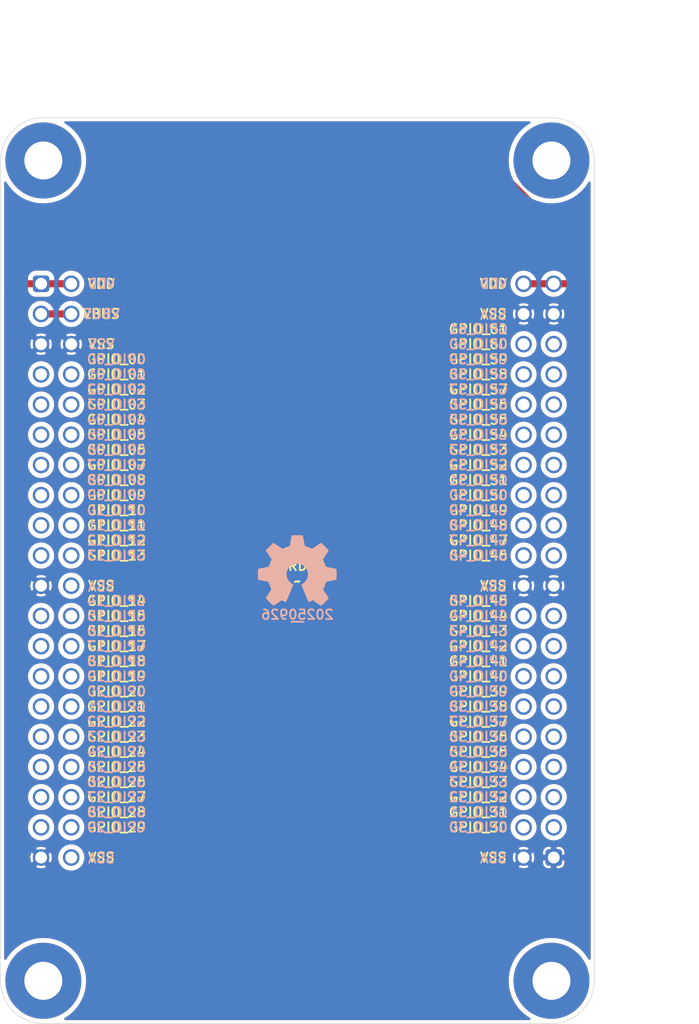
<source format=kicad_pcb>
(kicad_pcb (version 20241229) (generator "pcbnew") (generator_version "9.0")
  (layers (0 "F.Cu" mixed) (2 "B.Cu" mixed) (13 "F.Paste" user) (15 "B.Paste" user) (5 "F.SilkS" user "F.Silkscreen") (7 "B.SilkS" user "B.Silkscreen") (1 "F.Mask" user) (3 "B.Mask" user) (25 "Edge.Cuts" user))
  (net 0 "")
  (net 1 "/VSS")
  (net 6 "/VDD")
  (net 15 "/VBUS")
  (footprint "SquantorNuclone:expansion_medium_generic" (layer "F.Cu") (at 140 102)
    (property "Reference" "BRD1" (at 0 -0.4 0) (layer "F.SilkS") (effects (font (size 0.8 0.8))))
    (property "Value" "~" (at 0 0.9 0) (layer "F.SilkS") (effects (font (size 0.8 0.8))))
    (fp_line (start -24.999999 34.5) (end -24.999999 -34.5) (stroke (width 0.05)) (layer "Edge.Cuts"))
    (fp_line (start -21.4 -38.1) (end 21.4 -38.1) (stroke (width 0.05)) (layer "Edge.Cuts"))
    (fp_line (start 21.4 38.1) (end -21.4 38.1) (stroke (width 0.05)) (layer "Edge.Cuts"))
    (fp_line (start 25 -34.5) (end 25 34.5) (stroke (width 0.05)) (layer "Edge.Cuts"))
    (fp_arc (start -25 -34.5) (mid -23.945584 -37.045584) (end -21.4 -38.1) (stroke (width 0.05)) (layer "Edge.Cuts"))
    (fp_arc (start -21.4 38.1) (mid -23.945584 37.045584) (end -25 34.5) (stroke (width 0.05)) (layer "Edge.Cuts"))
    (fp_arc (start 21.4 -38.1) (mid 23.945584 -37.045584) (end 25 -34.5) (stroke (width 0.05)) (layer "Edge.Cuts"))
    (fp_arc (start 25 34.5) (mid 23.945584 37.045584) (end 21.4 38.1) (stroke (width 0.05)) (layer "Edge.Cuts"))
    (fp_text user "GPIO_20" (at -15.24 10.16 0) (layer "F.SilkS") (effects (font (size 0.8 0.8) (thickness 0.15) (bold yes))))
    (fp_text user "GPIO_49" (at 15.24 -5.08 0) (layer "F.SilkS") (effects (font (size 0.8 0.8) (thickness 0.15) (bold yes))))
    (fp_text user "GPIO_05" (at -15.24 -11.43 0) (layer "F.SilkS") (effects (font (size 0.8 0.8) (thickness 0.15) (bold yes))))
    (fp_text user "GPIO_03" (at -15.24 -13.97 0) (layer "F.SilkS") (effects (font (size 0.8 0.8) (thickness 0.15) (bold yes))))
    (fp_text user "GPIO_08" (at -15.24 -7.62 0) (layer "F.SilkS") (effects (font (size 0.8 0.8) (thickness 0.15) (bold yes))))
    (fp_text user "GPIO_53" (at 15.24 -10.16 0) (layer "F.SilkS") (effects (font (size 0.8 0.8) (thickness 0.15) (bold yes))))
    (fp_text user "GPIO_16" (at -15.24 5.08 0) (layer "F.SilkS") (effects (font (size 0.8 0.8) (thickness 0.15) (bold yes))))
    (fp_text user "VDD" (at -16.51 -24.13 0) (layer "F.SilkS") (effects (font (size 0.8 0.8) (thickness 0.15) (bold yes))))
    (fp_text user "GPIO_09" (at -15.24 -6.35 0) (layer "F.SilkS") (effects (font (size 0.8 0.8) (thickness 0.15) (bold yes))))
    (fp_text user "GPIO_33" (at 15.24 17.78 0) (layer "F.SilkS") (effects (font (size 0.8 0.8) (thickness 0.15) (bold yes))))
    (fp_text user "GPIO_18" (at -15.24 7.62 0) (layer "F.SilkS") (effects (font (size 0.8 0.8) (thickness 0.15) (bold yes))))
    (fp_text user "GPIO_40" (at 15.24 8.89 0) (layer "F.SilkS") (effects (font (size 0.8 0.8) (thickness 0.15) (bold yes))))
    (fp_text user "GPIO_35" (at 15.24 15.24 0) (layer "F.SilkS") (effects (font (size 0.8 0.8) (thickness 0.15) (bold yes))))
    (fp_text user "GPIO_58" (at 15.24 -16.51 0) (layer "F.SilkS") (effects (font (size 0.8 0.8) (thickness 0.15) (bold yes))))
    (fp_text user "GPIO_17" (at -15.24 6.35 0) (layer "F.SilkS") (effects (font (size 0.8 0.8) (thickness 0.15) (bold yes))))
    (fp_text user "GPIO_23" (at -15.24 13.97 0) (layer "F.SilkS") (effects (font (size 0.8 0.8) (thickness 0.15) (bold yes))))
    (fp_text user "VSS" (at -16.51 -19.05 0) (layer "F.SilkS") (effects (font (size 0.8 0.8) (thickness 0.15) (bold yes))))
    (fp_text user "GPIO_27" (at -15.24 19.05 0) (layer "F.SilkS") (effects (font (size 0.8 0.8) (thickness 0.15) (bold yes))))
    (fp_text user "GPIO_02" (at -15.24 -15.24 0) (layer "F.SilkS") (effects (font (size 0.8 0.8) (thickness 0.15) (bold yes))))
    (fp_text user "GPIO_52" (at 15.24 -8.89 0) (layer "F.SilkS") (effects (font (size 0.8 0.8) (thickness 0.15) (bold yes))))
    (fp_text user "GPIO_60" (at 15.24 -19.05 0) (layer "F.SilkS") (effects (font (size 0.8 0.8) (thickness 0.15) (bold yes))))
    (fp_text user "VSS" (at -16.51 1.27 0) (layer "F.SilkS") (effects (font (size 0.8 0.8) (thickness 0.15) (bold yes))))
    (fp_text user "VSS" (at -16.51 24.13 0) (layer "F.SilkS") (effects (font (size 0.8 0.8) (thickness 0.15) (bold yes))))
    (fp_text user "GPIO_31" (at 15.24 20.32 0) (layer "F.SilkS") (effects (font (size 0.8 0.8) (thickness 0.15) (bold yes))))
    (fp_text user "GPIO_21" (at -15.24 11.43 0) (layer "F.SilkS") (effects (font (size 0.8 0.8) (thickness 0.15) (bold yes))))
    (fp_text user "GPIO_22" (at -15.24 12.7 0) (layer "F.SilkS") (effects (font (size 0.8 0.8) (thickness 0.15) (bold yes))))
    (fp_text user "GPIO_06" (at -15.24 -10.16 0) (layer "F.SilkS") (effects (font (size 0.8 0.8) (thickness 0.15) (bold yes))))
    (fp_text user "GPIO_13" (at -15.24 -1.27 0) (layer "F.SilkS") (effects (font (size 0.8 0.8) (thickness 0.15) (bold yes))))
    (fp_text user "GPIO_38" (at 15.24 11.43 0) (layer "F.SilkS") (effects (font (size 0.8 0.8) (thickness 0.15) (bold yes))))
    (fp_text user "GPIO_11" (at -15.24 -3.81 0) (layer "F.SilkS") (effects (font (size 0.8 0.8) (thickness 0.15) (bold yes))))
    (fp_text user "GPIO_43" (at 15.24 5.08 0) (layer "F.SilkS") (effects (font (size 0.8 0.8) (thickness 0.15) (bold yes))))
    (fp_text user "GPIO_45" (at 15.24 2.54 0) (layer "F.SilkS") (effects (font (size 0.8 0.8) (thickness 0.15) (bold yes))))
    (fp_text user "GPIO_29" (at -15.24 21.59 0) (layer "F.SilkS") (effects (font (size 0.8 0.8) (thickness 0.15) (bold yes))))
    (fp_text user "GPIO_34" (at 15.24 16.51 0) (layer "F.SilkS") (effects (font (size 0.8 0.8) (thickness 0.15) (bold yes))))
    (fp_text user "GPIO_01" (at -15.24 -16.51 0) (layer "F.SilkS") (effects (font (size 0.8 0.8) (thickness 0.15) (bold yes))))
    (fp_text user "GPIO_59" (at 15.24 -17.78 0) (layer "F.SilkS") (effects (font (size 0.8 0.8) (thickness 0.15) (bold yes))))
    (fp_text user "GPIO_46" (at 15.24 -1.27 0) (layer "F.SilkS") (effects (font (size 0.8 0.8) (thickness 0.15) (bold yes))))
    (fp_text user "GPIO_47" (at 15.24 -2.54 0) (layer "F.SilkS") (effects (font (size 0.8 0.8) (thickness 0.15) (bold yes))))
    (fp_text user "GPIO_56" (at 15.24 -13.97 0) (layer "F.SilkS") (effects (font (size 0.8 0.8) (thickness 0.15) (bold yes))))
    (fp_text user "VDD" (at 16.51 -24.13 0) (layer "F.SilkS") (effects (font (size 0.8 0.8) (thickness 0.15) (bold yes))))
    (fp_text user "GPIO_41" (at 15.24 7.62 0) (layer "F.SilkS") (effects (font (size 0.8 0.8) (thickness 0.15) (bold yes))))
    (fp_text user "GPIO_24" (at -15.24 15.24 0) (layer "F.SilkS") (effects (font (size 0.8 0.8) (thickness 0.15) (bold yes))))
    (fp_text user "GPIO_51" (at 15.24 -7.62 0) (layer "F.SilkS") (effects (font (size 0.8 0.8) (thickness 0.15) (bold yes))))
    (fp_text user "GPIO_07" (at -15.24 -8.89 0) (layer "F.SilkS") (effects (font (size 0.8 0.8) (thickness 0.15) (bold yes))))
    (fp_text user "GPIO_04" (at -15.24 -12.7 0) (layer "F.SilkS") (effects (font (size 0.8 0.8) (thickness 0.15) (bold yes))))
    (fp_text user "GPIO_44" (at 15.24 3.81 0) (layer "F.SilkS") (effects (font (size 0.8 0.8) (thickness 0.15) (bold yes))))
    (fp_text user "GPIO_61" (at 15.24 -20.32 0) (layer "F.SilkS") (effects (font (size 0.8 0.8) (thickness 0.15) (bold yes))))
    (fp_text user "GPIO_15" (at -15.24 3.81 0) (layer "F.SilkS") (effects (font (size 0.8 0.8) (thickness 0.15) (bold yes))))
    (fp_text user "GPIO_28" (at -15.24 20.32 0) (layer "F.SilkS") (effects (font (size 0.8 0.8) (thickness 0.15) (bold yes))))
    (fp_text user "GPIO_57" (at 15.24 -15.24 0) (layer "F.SilkS") (effects (font (size 0.8 0.8) (thickness 0.15) (bold yes))))
    (fp_text user "GPIO_10" (at -15.24 -5.08 0) (layer "F.SilkS") (effects (font (size 0.8 0.8) (thickness 0.15) (bold yes))))
    (fp_text user "GPIO_19" (at -15.24 8.89 0) (layer "F.SilkS") (effects (font (size 0.8 0.8) (thickness 0.15) (bold yes))))
    (fp_text user "GPIO_54" (at 15.24 -11.43 0) (layer "F.SilkS") (effects (font (size 0.8 0.8) (thickness 0.15) (bold yes))))
    (fp_text user "GPIO_14" (at -15.24 2.54 0) (layer "F.SilkS") (effects (font (size 0.8 0.8) (thickness 0.15) (bold yes))))
    (fp_text user "GPIO_25" (at -15.24 16.51 0) (layer "F.SilkS") (effects (font (size 0.8 0.8) (thickness 0.15) (bold yes))))
    (fp_text user "GPIO_50" (at 15.24 -6.35 0) (layer "F.SilkS") (effects (font (size 0.8 0.8) (thickness 0.15) (bold yes))))
    (fp_text user "VSS" (at 16.51 1.27 0) (layer "F.SilkS") (effects (font (size 0.8 0.8) (thickness 0.15) (bold yes))))
    (fp_text user "GPIO_26" (at -15.24 17.78 0) (layer "F.SilkS") (effects (font (size 0.8 0.8) (thickness 0.15) (bold yes))))
    (fp_text user "GPIO_00" (at -15.24 -17.78 0) (layer "F.SilkS") (effects (font (size 0.8 0.8) (thickness 0.15) (bold yes))))
    (fp_text user "GPIO_37" (at 15.24 12.7 0) (layer "F.SilkS") (effects (font (size 0.8 0.8) (thickness 0.15) (bold yes))))
    (fp_text user "GPIO_30" (at 15.24 21.59 0) (layer "F.SilkS") (effects (font (size 0.8 0.8) (thickness 0.15) (bold yes))))
    (fp_text user "GPIO_32" (at 15.24 19.05 0) (layer "F.SilkS") (effects (font (size 0.8 0.8) (thickness 0.15) (bold yes))))
    (fp_text user "GPIO_42" (at 15.24 6.35 0) (layer "F.SilkS") (effects (font (size 0.8 0.8) (thickness 0.15) (bold yes))))
    (fp_text user "VBUS" (at -16.51 -21.59 0) (layer "F.SilkS") (effects (font (size 0.8 0.8) (thickness 0.15) (bold yes))))
    (fp_text user "GPIO_36" (at 15.24 13.97 0) (layer "F.SilkS") (effects (font (size 0.8 0.8) (thickness 0.15) (bold yes))))
    (fp_text user "GPIO_12" (at -15.24 -2.54 0) (layer "F.SilkS") (effects (font (size 0.8 0.8) (thickness 0.15) (bold yes))))
    (fp_text user "VSS" (at 16.51 -21.59 0) (layer "F.SilkS") (effects (font (size 0.8 0.8) (thickness 0.15) (bold yes))))
    (fp_text user "GPIO_48" (at 15.24 -3.81 0) (layer "F.SilkS") (effects (font (size 0.8 0.8) (thickness 0.15) (bold yes))))
    (fp_text user "GPIO_55" (at 15.24 -12.7 0) (layer "F.SilkS") (effects (font (size 0.8 0.8) (thickness 0.15) (bold yes))))
    (fp_text user "VSS" (at 16.51 24.13 0) (layer "F.SilkS") (effects (font (size 0.8 0.8) (thickness 0.15) (bold yes))))
    (fp_text user "GPIO_39" (at 15.24 10.16 0) (layer "F.SilkS") (effects (font (size 0.8 0.8) (thickness 0.15) (bold yes))))
    (fp_text user "GPIO_05" (at -15.24 -11.43 0) (layer "B.SilkS") (effects (font (size 0.8 0.8) (thickness 0.15) (bold yes)) (justify mirror)))
    (fp_text user "VSS" (at -16.51 -19.05 0) (layer "B.SilkS") (effects (font (size 0.8 0.8) (thickness 0.15) (bold yes)) (justify mirror)))
    (fp_text user "GPIO_42" (at 15.24 6.35 0) (layer "B.SilkS") (effects (font (size 0.8 0.8) (thickness 0.15) (bold yes)) (justify mirror)))
    (fp_text user "GPIO_40" (at 15.24 8.89 0) (layer "B.SilkS") (effects (font (size 0.8 0.8) (thickness 0.15) (bold yes)) (justify mirror)))
    (fp_text user "VSS" (at -16.51 24.13 180) (layer "B.SilkS") (effects (font (size 0.8 0.8) (thickness 0.15) (bold yes)) (justify mirror)))
    (fp_text user "GPIO_55" (at 15.24 -12.7 0) (layer "B.SilkS") (effects (font (size 0.8 0.8) (thickness 0.15) (bold yes)) (justify mirror)))
    (fp_text user "GPIO_17" (at -15.24 6.35 0) (layer "B.SilkS") (effects (font (size 0.8 0.8) (thickness 0.15) (bold yes)) (justify mirror)))
    (fp_text user "GPIO_43" (at 15.24 5.08 0) (layer "B.SilkS") (effects (font (size 0.8 0.8) (thickness 0.15) (bold yes)) (justify mirror)))
    (fp_text user "GPIO_57" (at 15.24 -15.24 0) (layer "B.SilkS") (effects (font (size 0.8 0.8) (thickness 0.15) (bold yes)) (justify mirror)))
    (fp_text user "GPIO_16" (at -15.24 5.08 0) (layer "B.SilkS") (effects (font (size 0.8 0.8) (thickness 0.15) (bold yes)) (justify mirror)))
    (fp_text user "GPIO_34" (at 15.24 16.51 0) (layer "B.SilkS") (effects (font (size 0.8 0.8) (thickness 0.15) (bold yes)) (justify mirror)))
    (fp_text user "GPIO_37" (at 15.24 12.7 0) (layer "B.SilkS") (effects (font (size 0.8 0.8) (thickness 0.15) (bold yes)) (justify mirror)))
    (fp_text user "GPIO_48" (at 15.24 -3.81 0) (layer "B.SilkS") (effects (font (size 0.8 0.8) (thickness 0.15) (bold yes)) (justify mirror)))
    (fp_text user "GPIO_46" (at 15.24 -1.27 0) (layer "B.SilkS") (effects (font (size 0.8 0.8) (thickness 0.15) (bold yes)) (justify mirror)))
    (fp_text user "GPIO_60" (at 15.24 -19.05 0) (layer "B.SilkS") (effects (font (size 0.8 0.8) (thickness 0.15) (bold yes)) (justify mirror)))
    (fp_text user "GPIO_61" (at 15.24 -20.32 0) (layer "B.SilkS") (effects (font (size 0.8 0.8) (thickness 0.15) (bold yes)) (justify mirror)))
    (fp_text user "VBUS" (at -16.51 -21.59 0) (layer "B.SilkS") (effects (font (size 0.8 0.8) (thickness 0.15) (bold yes)) (justify mirror)))
    (fp_text user "GPIO_10" (at -15.24 -5.08 0) (layer "B.SilkS") (effects (font (size 0.8 0.8) (thickness 0.15) (bold yes)) (justify mirror)))
    (fp_text user "GPIO_25" (at -15.24 16.51 0) (layer "B.SilkS") (effects (font (size 0.8 0.8) (thickness 0.15) (bold yes)) (justify mirror)))
    (fp_text user "GPIO_33" (at 15.24 17.78 0) (layer "B.SilkS") (effects (font (size 0.8 0.8) (thickness 0.15) (bold yes)) (justify mirror)))
    (fp_text user "GPIO_53" (at 15.24 -10.16 0) (layer "B.SilkS") (effects (font (size 0.8 0.8) (thickness 0.15) (bold yes)) (justify mirror)))
    (fp_text user "VDD" (at -16.51 -24.13 0) (layer "B.SilkS") (effects (font (size 0.8 0.8) (thickness 0.15) (bold yes)) (justify mirror)))
    (fp_text user "GPIO_47" (at 15.24 -2.54 0) (layer "B.SilkS") (effects (font (size 0.8 0.8) (thickness 0.15) (bold yes)) (justify mirror)))
    (fp_text user "GPIO_13" (at -15.24 -1.27 0) (layer "B.SilkS") (effects (font (size 0.8 0.8) (thickness 0.15) (bold yes)) (justify mirror)))
    (fp_text user "GPIO_23" (at -15.24 13.97 0) (layer "B.SilkS") (effects (font (size 0.8 0.8) (thickness 0.15) (bold yes)) (justify mirror)))
    (fp_text user "GPIO_44" (at 15.24 3.81 0) (layer "B.SilkS") (effects (font (size 0.8 0.8) (thickness 0.15) (bold yes)) (justify mirror)))
    (fp_text user "GPIO_59" (at 15.24 -17.78 0) (layer "B.SilkS") (effects (font (size 0.8 0.8) (thickness 0.15) (bold yes)) (justify mirror)))
    (fp_text user "VSS" (at 16.51 24.13 180) (layer "B.SilkS") (effects (font (size 0.8 0.8) (thickness 0.15) (bold yes)) (justify mirror)))
    (fp_text user "GPIO_11" (at -15.24 -3.81 0) (layer "B.SilkS") (effects (font (size 0.8 0.8) (thickness 0.15) (bold yes)) (justify mirror)))
    (fp_text user "GPIO_09" (at -15.24 -6.35 0) (layer "B.SilkS") (effects (font (size 0.8 0.8) (thickness 0.15) (bold yes)) (justify mirror)))
    (fp_text user "GPIO_19" (at -15.24 8.89 0) (layer "B.SilkS") (effects (font (size 0.8 0.8) (thickness 0.15) (bold yes)) (justify mirror)))
    (fp_text user "VSS" (at 16.51 -21.59 180) (layer "B.SilkS") (effects (font (size 0.8 0.8) (thickness 0.15) (bold yes)) (justify mirror)))
    (fp_text user "GPIO_41" (at 15.24 7.62 0) (layer "B.SilkS") (effects (font (size 0.8 0.8) (thickness 0.15) (bold yes)) (justify mirror)))
    (fp_text user "GPIO_45" (at 15.24 2.54 0) (layer "B.SilkS") (effects (font (size 0.8 0.8) (thickness 0.15) (bold yes)) (justify mirror)))
    (fp_text user "GPIO_08" (at -15.24 -7.62 0) (layer "B.SilkS") (effects (font (size 0.8 0.8) (thickness 0.15) (bold yes)) (justify mirror)))
    (fp_text user "GPIO_00" (at -15.24 -17.78 0) (layer "B.SilkS") (effects (font (size 0.8 0.8) (thickness 0.15) (bold yes)) (justify mirror)))
    (fp_text user "GPIO_24" (at -15.24 15.24 0) (layer "B.SilkS") (effects (font (size 0.8 0.8) (thickness 0.15) (bold yes)) (justify mirror)))
    (fp_text user "GPIO_36" (at 15.24 13.97 0) (layer "B.SilkS") (effects (font (size 0.8 0.8) (thickness 0.15) (bold yes)) (justify mirror)))
    (fp_text user "GPIO_58" (at 15.24 -16.51 0) (layer "B.SilkS") (effects (font (size 0.8 0.8) (thickness 0.15) (bold yes)) (justify mirror)))
    (fp_text user "GPIO_31" (at 15.24 20.32 0) (layer "B.SilkS") (effects (font (size 0.8 0.8) (thickness 0.15) (bold yes)) (justify mirror)))
    (fp_text user "GPIO_01" (at -15.24 -16.51 0) (layer "B.SilkS") (effects (font (size 0.8 0.8) (thickness 0.15) (bold yes)) (justify mirror)))
    (fp_text user "GPIO_12" (at -15.24 -2.54 0) (layer "B.SilkS") (effects (font (size 0.8 0.8) (thickness 0.15) (bold yes)) (justify mirror)))
    (fp_text user "GPIO_28" (at -15.24 20.32 0) (layer "B.SilkS") (effects (font (size 0.8 0.8) (thickness 0.15) (bold yes)) (justify mirror)))
    (fp_text user "GPIO_07" (at -15.24 -8.89 0) (layer "B.SilkS") (effects (font (size 0.8 0.8) (thickness 0.15) (bold yes)) (justify mirror)))
    (fp_text user "GPIO_18" (at -15.24 7.62 0) (layer "B.SilkS") (effects (font (size 0.8 0.8) (thickness 0.15) (bold yes)) (justify mirror)))
    (fp_text user "GPIO_06" (at -15.24 -10.16 0) (layer "B.SilkS") (effects (font (size 0.8 0.8) (thickness 0.15) (bold yes)) (justify mirror)))
    (fp_text user "GPIO_03" (at -15.24 -13.97 0) (layer "B.SilkS") (effects (font (size 0.8 0.8) (thickness 0.15) (bold yes)) (justify mirror)))
    (fp_text user "GPIO_39" (at 15.24 10.16 0) (layer "B.SilkS") (effects (font (size 0.8 0.8) (thickness 0.15) (bold yes)) (justify mirror)))
    (fp_text user "GPIO_56" (at 15.24 -13.97 0) (layer "B.SilkS") (effects (font (size 0.8 0.8) (thickness 0.15) (bold yes)) (justify mirror)))
    (fp_text user "GPIO_38" (at 15.24 11.43 0) (layer "B.SilkS") (effects (font (size 0.8 0.8) (thickness 0.15) (bold yes)) (justify mirror)))
    (fp_text user "GPIO_35" (at 15.24 15.24 0) (layer "B.SilkS") (effects (font (size 0.8 0.8) (thickness 0.15) (bold yes)) (justify mirror)))
    (fp_text user "GPIO_02" (at -15.24 -15.24 0) (layer "B.SilkS") (effects (font (size 0.8 0.8) (thickness 0.15) (bold yes)) (justify mirror)))
    (fp_text user "GPIO_52" (at 15.24 -8.89 0) (layer "B.SilkS") (effects (font (size 0.8 0.8) (thickness 0.15) (bold yes)) (justify mirror)))
    (fp_text user "GPIO_30" (at 15.24 21.59 0) (layer "B.SilkS") (effects (font (size 0.8 0.8) (thickness 0.15) (bold yes)) (justify mirror)))
    (fp_text user "GPIO_26" (at -15.24 17.78 0) (layer "B.SilkS") (effects (font (size 0.8 0.8) (thickness 0.15) (bold yes)) (justify mirror)))
    (fp_text user "GPIO_27" (at -15.24 19.05 0) (layer "B.SilkS") (effects (font (size 0.8 0.8) (thickness 0.15) (bold yes)) (justify mirror)))
    (fp_text user "GPIO_15" (at -15.24 3.81 0) (layer "B.SilkS") (effects (font (size 0.8 0.8) (thickness 0.15) (bold yes)) (justify mirror)))
    (fp_text user "GPIO_21" (at -15.24 11.43 0) (layer "B.SilkS") (effects (font (size 0.8 0.8) (thickness 0.15) (bold yes)) (justify mirror)))
    (fp_text user "VDD" (at 16.51 -24.13 0) (layer "B.SilkS") (effects (font (size 0.8 0.8) (thickness 0.15) (bold yes)) (justify mirror)))
    (fp_text user "GPIO_54" (at 15.24 -11.43 0) (layer "B.SilkS") (effects (font (size 0.8 0.8) (thickness 0.15) (bold yes)) (justify mirror)))
    (fp_text user "GPIO_51" (at 15.24 -7.62 0) (layer "B.SilkS") (effects (font (size 0.8 0.8) (thickness 0.15) (bold yes)) (justify mirror)))
    (fp_text user "GPIO_04" (at -15.24 -12.7 0) (layer "B.SilkS") (effects (font (size 0.8 0.8) (thickness 0.15) (bold yes)) (justify mirror)))
    (fp_text user "GPIO_32" (at 15.24 19.05 0) (layer "B.SilkS") (effects (font (size 0.8 0.8) (thickness 0.15) (bold yes)) (justify mirror)))
    (fp_text user "GPIO_49" (at 15.24 -5.08 0) (layer "B.SilkS") (effects (font (size 0.8 0.8) (thickness 0.15) (bold yes)) (justify mirror)))
    (fp_text user "VSS" (at -16.51 1.27 180) (layer "B.SilkS") (effects (font (size 0.8 0.8) (thickness 0.15) (bold yes)) (justify mirror)))
    (fp_text user "GPIO_50" (at 15.24 -6.35 0) (layer "B.SilkS") (effects (font (size 0.8 0.8) (thickness 0.15) (bold yes)) (justify mirror)))
    (fp_text user "GPIO_22" (at -15.24 12.7 0) (layer "B.SilkS") (effects (font (size 0.8 0.8) (thickness 0.15) (bold yes)) (justify mirror)))
    (fp_text user "VSS" (at 16.51 1.27 180) (layer "B.SilkS") (effects (font (size 0.8 0.8) (thickness 0.15) (bold yes)) (justify mirror)))
    (fp_text user "GPIO_29" (at -15.24 21.59 0) (layer "B.SilkS") (effects (font (size 0.8 0.8) (thickness 0.15) (bold yes)) (justify mirror)))
    (fp_text user "GPIO_14" (at -15.24 2.54 0) (layer "B.SilkS") (effects (font (size 0.8 0.8) (thickness 0.15) (bold yes)) (justify mirror)))
    (fp_text user "GPIO_20" (at -15.24 10.16 0) (layer "B.SilkS") (effects (font (size 0.8 0.8) (thickness 0.15) (bold yes)) (justify mirror)))
    (pad "1" thru_hole roundrect (at -21.59 -24.13) (size 1.4 1.4) (drill 1) (layers "*.Cu" "*.Mask") (roundrect_rratio 0.2) (net 6 "/VDD"))
    (pad "2" thru_hole circle (at -19.05 -24.13) (size 1.4 1.4) (drill 1) (layers "*.Cu" "*.Mask") (net 6 "/VDD"))
    (pad "3" thru_hole circle (at -21.59 -21.59) (size 1.4 1.4) (drill 1) (layers "*.Cu" "*.Mask") (net 15 "/VBUS"))
    (pad "4" thru_hole circle (at -19.05 -21.59) (size 1.4 1.4) (drill 1) (layers "*.Cu" "*.Mask") (net 15 "/VBUS"))
    (pad "5" thru_hole circle (at -21.59 -19.05) (size 1.4 1.4) (drill 1) (layers "*.Cu" "*.Mask") (net 1 "/VSS"))
    (pad "6" thru_hole circle (at -19.05 -19.05) (size 1.4 1.4) (drill 1) (layers "*.Cu" "*.Mask") (net 1 "/VSS"))
    (pad "7" thru_hole circle (at -21.59 -16.51) (size 1.4 1.4) (drill 1) (layers "*.Cu" "*.Mask"))
    (pad "8" thru_hole circle (at -19.05 -16.51) (size 1.4 1.4) (drill 1) (layers "*.Cu" "*.Mask"))
    (pad "9" thru_hole circle (at -21.59 -13.97) (size 1.4 1.4) (drill 1) (layers "*.Cu" "*.Mask"))
    (pad "10" thru_hole circle (at -19.05 -13.97) (size 1.4 1.4) (drill 1) (layers "*.Cu" "*.Mask"))
    (pad "11" thru_hole circle (at -21.59 -11.43) (size 1.4 1.4) (drill 1) (layers "*.Cu" "*.Mask"))
    (pad "12" thru_hole circle (at -19.05 -11.43) (size 1.4 1.4) (drill 1) (layers "*.Cu" "*.Mask"))
    (pad "13" thru_hole circle (at -21.59 -8.89) (size 1.4 1.4) (drill 1) (layers "*.Cu" "*.Mask"))
    (pad "14" thru_hole circle (at -19.05 -8.89) (size 1.4 1.4) (drill 1) (layers "*.Cu" "*.Mask"))
    (pad "15" thru_hole circle (at -21.59 -6.35) (size 1.4 1.4) (drill 1) (layers "*.Cu" "*.Mask"))
    (pad "16" thru_hole circle (at -19.05 -6.35) (size 1.4 1.4) (drill 1) (layers "*.Cu" "*.Mask"))
    (pad "17" thru_hole circle (at -21.59 -3.81) (size 1.4 1.4) (drill 1) (layers "*.Cu" "*.Mask"))
    (pad "18" thru_hole circle (at -19.05 -3.81) (size 1.4 1.4) (drill 1) (layers "*.Cu" "*.Mask"))
    (pad "19" thru_hole circle (at -21.59 -1.27) (size 1.4 1.4) (drill 1) (layers "*.Cu" "*.Mask"))
    (pad "20" thru_hole circle (at -19.05 -1.27) (size 1.4 1.4) (drill 1) (layers "*.Cu" "*.Mask"))
    (pad "21" thru_hole circle (at -21.59 1.27) (size 1.4 1.4) (drill 1) (layers "*.Cu" "*.Mask") (net 1 "/VSS"))
    (pad "22" thru_hole circle (at -19.05 1.27) (size 1.4 1.4) (drill 1) (layers "*.Cu" "*.Mask"))
    (pad "23" thru_hole circle (at -21.59 3.81) (size 1.4 1.4) (drill 1) (layers "*.Cu" "*.Mask"))
    (pad "24" thru_hole circle (at -19.05 3.81) (size 1.4 1.4) (drill 1) (layers "*.Cu" "*.Mask"))
    (pad "25" thru_hole circle (at -21.59 6.35) (size 1.4 1.4) (drill 1) (layers "*.Cu" "*.Mask"))
    (pad "26" thru_hole circle (at -19.05 6.35) (size 1.4 1.4) (drill 1) (layers "*.Cu" "*.Mask"))
    (pad "27" thru_hole circle (at -21.59 8.89) (size 1.4 1.4) (drill 1) (layers "*.Cu" "*.Mask"))
    (pad "28" thru_hole circle (at -19.05 8.89) (size 1.4 1.4) (drill 1) (layers "*.Cu" "*.Mask"))
    (pad "29" thru_hole circle (at -21.59 11.43) (size 1.4 1.4) (drill 1) (layers "*.Cu" "*.Mask"))
    (pad "30" thru_hole circle (at -19.05 11.43) (size 1.4 1.4) (drill 1) (layers "*.Cu" "*.Mask"))
    (pad "31" thru_hole circle (at -21.59 13.97) (size 1.4 1.4) (drill 1) (layers "*.Cu" "*.Mask"))
    (pad "32" thru_hole circle (at -19.05 13.97) (size 1.4 1.4) (drill 1) (layers "*.Cu" "*.Mask"))
    (pad "33" thru_hole circle (at -21.59 16.51) (size 1.4 1.4) (drill 1) (layers "*.Cu" "*.Mask"))
    (pad "34" thru_hole circle (at -19.05 16.51) (size 1.4 1.4) (drill 1) (layers "*.Cu" "*.Mask"))
    (pad "35" thru_hole circle (at -21.59 19.05) (size 1.4 1.4) (drill 1) (layers "*.Cu" "*.Mask"))
    (pad "36" thru_hole circle (at -19.05 19.05) (size 1.4 1.4) (drill 1) (layers "*.Cu" "*.Mask"))
    (pad "37" thru_hole circle (at -21.59 21.59) (size 1.4 1.4) (drill 1) (layers "*.Cu" "*.Mask"))
    (pad "38" thru_hole circle (at -19.05 21.59) (size 1.4 1.4) (drill 1) (layers "*.Cu" "*.Mask"))
    (pad "39" thru_hole circle (at -21.59 24.13) (size 1.4 1.4) (drill 1) (layers "*.Cu" "*.Mask") (net 1 "/VSS"))
    (pad "40" thru_hole circle (at -19.05 24.13) (size 1.4 1.4) (drill 1) (layers "*.Cu" "*.Mask"))
    (pad "41" thru_hole roundrect (at 21.59 24.13) (size 1.4 1.4) (drill 1) (layers "*.Cu" "*.Mask") (roundrect_rratio 0.2) (net 1 "/VSS"))
    (pad "42" thru_hole circle (at 19.05 24.13) (size 1.4 1.4) (drill 1) (layers "*.Cu" "*.Mask") (net 1 "/VSS"))
    (pad "43" thru_hole circle (at 21.59 21.59) (size 1.4 1.4) (drill 1) (layers "*.Cu" "*.Mask"))
    (pad "44" thru_hole circle (at 19.05 21.59) (size 1.4 1.4) (drill 1) (layers "*.Cu" "*.Mask"))
    (pad "45" thru_hole circle (at 21.59 19.05) (size 1.4 1.4) (drill 1) (layers "*.Cu" "*.Mask"))
    (pad "46" thru_hole circle (at 19.05 19.05) (size 1.4 1.4) (drill 1) (layers "*.Cu" "*.Mask"))
    (pad "47" thru_hole circle (at 21.59 16.51) (size 1.4 1.4) (drill 1) (layers "*.Cu" "*.Mask"))
    (pad "48" thru_hole circle (at 19.05 16.51) (size 1.4 1.4) (drill 1) (layers "*.Cu" "*.Mask"))
    (pad "49" thru_hole circle (at 21.59 13.97) (size 1.4 1.4) (drill 1) (layers "*.Cu" "*.Mask"))
    (pad "50" thru_hole circle (at 19.05 13.97) (size 1.4 1.4) (drill 1) (layers "*.Cu" "*.Mask"))
    (pad "51" thru_hole circle (at 21.59 11.43) (size 1.4 1.4) (drill 1) (layers "*.Cu" "*.Mask"))
    (pad "52" thru_hole circle (at 19.05 11.43) (size 1.4 1.4) (drill 1) (layers "*.Cu" "*.Mask"))
    (pad "53" thru_hole circle (at 21.59 8.89) (size 1.4 1.4) (drill 1) (layers "*.Cu" "*.Mask"))
    (pad "54" thru_hole circle (at 19.05 8.89) (size 1.4 1.4) (drill 1) (layers "*.Cu" "*.Mask"))
    (pad "55" thru_hole circle (at 21.59 6.35) (size 1.4 1.4) (drill 1) (layers "*.Cu" "*.Mask"))
    (pad "56" thru_hole circle (at 19.05 6.35) (size 1.4 1.4) (drill 1) (layers "*.Cu" "*.Mask"))
    (pad "57" thru_hole circle (at 21.59 3.81) (size 1.4 1.4) (drill 1) (layers "*.Cu" "*.Mask"))
    (pad "58" thru_hole circle (at 19.05 3.81) (size 1.4 1.4) (drill 1) (layers "*.Cu" "*.Mask"))
    (pad "59" thru_hole circle (at 21.59 1.27) (size 1.4 1.4) (drill 1) (layers "*.Cu" "*.Mask") (net 1 "/VSS"))
    (pad "60" thru_hole circle (at 19.05 1.27) (size 1.4 1.4) (drill 1) (layers "*.Cu" "*.Mask") (net 1 "/VSS"))
    (pad "61" thru_hole circle (at 21.59 -1.27) (size 1.4 1.4) (drill 1) (layers "*.Cu" "*.Mask"))
    (pad "62" thru_hole circle (at 19.05 -1.27) (size 1.4 1.4) (drill 1) (layers "*.Cu" "*.Mask"))
    (pad "63" thru_hole circle (at 21.59 -3.81) (size 1.4 1.4) (drill 1) (layers "*.Cu" "*.Mask"))
    (pad "64" thru_hole circle (at 19.05 -3.81) (size 1.4 1.4) (drill 1) (layers "*.Cu" "*.Mask"))
    (pad "65" thru_hole circle (at 21.59 -6.35) (size 1.4 1.4) (drill 1) (layers "*.Cu" "*.Mask"))
    (pad "66" thru_hole circle (at 19.05 -6.35) (size 1.4 1.4) (drill 1) (layers "*.Cu" "*.Mask"))
    (pad "67" thru_hole circle (at 21.59 -8.89) (size 1.4 1.4) (drill 1) (layers "*.Cu" "*.Mask"))
    (pad "68" thru_hole circle (at 19.05 -8.89) (size 1.4 1.4) (drill 1) (layers "*.Cu" "*.Mask"))
    (pad "69" thru_hole circle (at 21.59 -11.43) (size 1.4 1.4) (drill 1) (layers "*.Cu" "*.Mask"))
    (pad "70" thru_hole circle (at 19.05 -11.43) (size 1.4 1.4) (drill 1) (layers "*.Cu" "*.Mask"))
    (pad "71" thru_hole circle (at 21.59 -13.97) (size 1.4 1.4) (drill 1) (layers "*.Cu" "*.Mask"))
    (pad "72" thru_hole circle (at 19.05 -13.97) (size 1.4 1.4) (drill 1) (layers "*.Cu" "*.Mask"))
    (pad "73" thru_hole circle (at 21.59 -16.51) (size 1.4 1.4) (drill 1) (layers "*.Cu" "*.Mask"))
    (pad "74" thru_hole circle (at 19.05 -16.51) (size 1.4 1.4) (drill 1) (layers "*.Cu" "*.Mask"))
    (pad "75" thru_hole circle (at 21.59 -19.05) (size 1.4 1.4) (drill 1) (layers "*.Cu" "*.Mask"))
    (pad "76" thru_hole circle (at 19.05 -19.05) (size 1.4 1.4) (drill 1) (layers "*.Cu" "*.Mask"))
    (pad "77" thru_hole circle (at 21.59 -21.59) (size 1.4 1.4) (drill 1) (layers "*.Cu" "*.Mask") (net 1 "/VSS"))
    (pad "78" thru_hole circle (at 19.05 -21.59) (size 1.4 1.4) (drill 1) (layers "*.Cu" "*.Mask") (net 1 "/VSS"))
    (pad "79" thru_hole circle (at 21.59 -24.13) (size 1.4 1.4) (drill 1) (layers "*.Cu" "*.Mask") (net 6 "/VDD"))
    (pad "80" thru_hole circle (at 19.05 -24.13) (size 1.4 1.4) (drill 1) (layers "*.Cu" "*.Mask") (net 6 "/VDD"))
    (pad "M1" thru_hole circle (at -21.4 -34.5) (size 6.4 6.4) (drill 3.2) (layers "*.Cu" "*.Mask"))
    (pad "M2" thru_hole circle (at -21.4 34.5) (size 6.4 6.4) (drill 3.2) (layers "*.Cu" "*.Mask"))
    (pad "M3" thru_hole circle (at 21.4 34.5) (size 6.4 6.4) (drill 3.2) (layers "*.Cu" "*.Mask"))
    (pad "M4" thru_hole circle (at 21.4 -34.5) (size 6.4 6.4) (drill 3.2) (layers "*.Cu" "*.Mask"))
  )
  (footprint "SquantorLabels:Label_Generic" (layer "B.Cu") (at 140 105.7 180)
    (property "Reference" "N1" (hide yes))
    (property "Value" "20250926" (at 0 0 0) (layer "B.SilkS") (effects (font (size 0.8 0.8)) (justify mirror)))
    (fp_line (start -0.5 -0.6) (end 0.5 -0.6) (stroke (width 0.15)) (layer "B.SilkS"))
  )
  (footprint "Symbol:OSHW-Symbol_6.7x6mm_SilkScreen" (layer "B.Cu") (at 140 102 180)
    (property "Reference" "N2" (hide yes))
    (property "Value" "OHWLOGO" (hide yes))
    (fp_poly (pts (xy 0.555814 2.531069) (xy 0.639635 2.086445) (xy 0.94892 1.958947) (xy 1.258206 1.831449) (xy 1.629246 2.083754) (xy 1.733157 2.154004) (xy 1.827087 2.216728) (xy 1.906652 2.269062) (xy 1.96747 2.308143) (xy 2.005157 2.331107) (xy 2.015421 2.336058) (xy 2.03391 2.323324) (xy 2.07342 2.288118) (xy 2.129522 2.234938) (xy 2.197787 2.168282) (xy 2.273786 2.092646) (xy 2.353092 2.012528) (xy 2.431275 1.932426) (xy 2.503907 1.856836) (xy 2.566559 1.790255) (xy 2.614803 1.737182) (xy 2.64421 1.702113) (xy 2.651241 1.690377) (xy 2.641123 1.66874) (xy 2.612759 1.621338) (xy 2.569129 1.552807) (xy 2.513218 1.467785) (xy 2.448006 1.370907) (xy 2.410219 1.31565) (xy 2.341343 1.214752) (xy 2.28014 1.123701) (xy 2.229578 1.04703) (xy 2.192628 0.989272) (xy 2.172258 0.954957) (xy 2.169197 0.947746) (xy 2.176136 0.927252) (xy 2.195051 0.879487) (xy 2.223087 0.811168) (xy 2.257391 0.729011) (xy 2.295109 0.63973) (xy 2.333387 0.550042) (xy 2.36937 0.466662) (xy 2.400206 0.396306) (xy 2.423039 0.34569) (xy 2.435017 0.321529) (xy 2.435724 0.320578) (xy 2.454531 0.315964) (xy 2.504618 0.305672) (xy 2.580793 0.290713) (xy 2.677865 0.272099) (xy 2.790643 0.250841) (xy 2.856442 0.238582) (xy 2.97695 0.215638) (xy 3.085797 0.193805) (xy 3.177476 0.174278) (xy 3.246481 0.158252) (xy 3.287304 0.146921) (xy 3.295511 0.143326) (xy 3.303548 0.118994) (xy 3.310033 0.064041) (xy 3.31497 -0.015108) (xy 3.318364 -0.112026) (xy 3.320218 -0.220287) (xy 3.320538 -0.333465) (xy 3.319327 -0.445135) (xy 3.31659 -0.548868) (xy 3.312331 -0.638241) (xy 3.306555 -0.706826) (xy 3.299267 -0.748197) (xy 3.294895 -0.75681) (xy 3.268764 -0.767133) (xy 3.213393 -0.781892) (xy 3.136107 -0.799352) (xy 3.04423 -0.81778) (xy 3.012158 -0.823741) (xy 2.857524 -0.852066) (xy 2.735375 -0.874876) (xy 2.641673 -0.89308) (xy 2.572384 -0.907583) (xy 2.523471 -0.919292) (xy 2.490897 -0.929115) (xy 2.470628 -0.937956) (xy 2.458626 -0.946724) (xy 2.456947 -0.948457) (xy 2.440184 -0.976371) (xy 2.414614 -1.030695) (xy 2.382788 -1.104777) (xy 2.34726 -1.191965) (xy 2.310583 -1.285608) (xy 2.275311 -1.379052) (xy 2.243996 -1.465647) (xy 2.219193 -1.53874) (xy 2.203454 -1.591678) (xy 2.199332 -1.617811) (xy 2.199676 -1.618726) (xy 2.213641 -1.640086) (xy 2.245322 -1.687084) (xy 2.291391 -1.754827) (xy 2.348518 -1.838423) (xy 2.413373 -1.932982) (xy 2.431843 -1.959854) (xy 2.497699 -2.057275) (xy 2.55565 -2.146163) (xy 2.602538 -2.221412) (xy 2.635207 -2.27792) (xy 2.6505 -2.310581) (xy 2.651241 -2.314593) (xy 2.638392 -2.335684) (xy 2.602888 -2.377464) (xy 2.549293 -2.435445) (xy 2.482171 -2.505135) (xy 2.406087 -2.582045) (xy 2.325604 -2.661683) (xy 2.245287 -2.739561) (xy 2.169699 -2.811186) (xy 2.103405 -2.87207) (xy 2.050969 -2.917721) (xy 2.016955 -2.94365) (xy 2.007545 -2.947883) (xy 1.985643 -2.937912) (xy 1.9408 -2.91102) (xy 1.880321 -2.871736) (xy 1.833789 -2.840117) (xy 1.749475 -2.782098) (xy 1.649626 -2.713784) (xy 1.549473 -2.645579) (xy 1.495627 -2.609075) (xy 1.313371 -2.4858) (xy 1.160381 -2.56852) (xy 1.090682 -2.604759) (xy 1.031414 -2.632926) (xy 0.991311 -2.648991) (xy 0.981103 -2.651226) (xy 0.968829 -2.634722) (xy 0.944613 -2.588082) (xy 0.910263 -2.515609) (xy 0.867588 -2.421606) (xy 0.818394 -2.310374) (xy 0.76449 -2.186215) (xy 0.707684 -2.053432) (xy 0.649782 -1.916327) (xy 0.592593 -1.779202) (xy 0.537924 -1.646358) (xy 0.487584 -1.522098) (xy 0.44338 -1.410725) (xy 0.407119 -1.316539) (xy 0.380609 -1.243844) (xy 0.365658 -1.196941) (xy 0.363254 -1.180833) (xy 0.382311 -1.160286) (xy 0.424036 -1.126933) (xy 0.479706 -1.087702) (xy 0.484378 -1.084599) (xy 0.628264 -0.969423) (xy 0.744283 -0.835053) (xy 0.83143 -0.685784) (xy 0.888699 -0.525913) (xy 0.915086 -0.359737) (xy 0.909585 -0.191552) (xy 0.87119 -0.025655) (xy 0.798895 0.133658) (xy 0.777626 0.168513) (xy 0.666996 0.309263) (xy 0.536302 0.422286) (xy 0.390064 0.506997) (xy 0.232808 0.562806) (xy 0.069057 0.589126) (xy -0.096667 0.58537) (xy -0.259838 0.55095) (xy -0.415935 0.485277) (xy -0.560433 0.387765) (xy -0.605131 0.348187) (xy -0.718888 0.224297) (xy -0.801782 0.093876) (xy -0.858644 -0.052315) (xy -0.890313 -0.197088) (xy -0.898131 -0.35986) (xy -0.872062 -0.52344) (xy -0.814755 -0.682298) (xy -0.728856 -0.830906) (xy -0.617014 -0.963735) (xy -0.481877 -1.075256) (xy -0.464117 -1.087011) (xy -0.40785 -1.125508) (xy -0.365077 -1.158863) (xy -0.344628 -1.18016) (xy -0.344331 -1.180833) (xy -0.348721 -1.203871) (xy -0.366124 -1.256157) (xy -0.394732 -1.33339) (xy -0.432735 -1.431268) (xy -0.478326 -1.545491) (xy -0.529697 -1.671758) (xy -0.585038 -1.805767) (xy -0.642542 -1.943218) (xy -0.700399 -2.079808) (xy -0.756802 -2.211237) (xy -0.809942 -2.333205) (xy -0.85801 -2.441409) (xy -0.899199 -2.531549) (xy -0.931699 -2.599323) (xy -0.953703 -2.64043) (xy -0.962564 -2.651226) (xy -0.98964 -2.642819) (xy -1.040303 -2.620272) (xy -1.105817 -2.587613) (xy -1.141841 -2.56852) (xy -1.294832 -2.4858) (xy -1.477088 -2.609075) (xy -1.570125 -2.672228) (xy -1.671985 -2.741727) (xy -1.767438 -2.807165) (xy -1.81525 -2.840117) (xy -1.882495 -2.885273) (xy -1.939436 -2.921057) (xy -1.978646 -2.942938) (xy -1.991381 -2.947563) (xy -2.009917 -2.935085) (xy -2.050941 -2.900252) (xy -2.110475 -2.846678) (xy -2.184542 -2.777983) (xy -2.269165 -2.697781) (xy -2.322685 -2.646286) (xy -2.416319 -2.554286) (xy -2.497241 -2.471999) (xy -2.562177 -2.402945) (xy -2.607858 -2.350644) (xy -2.631011 -2.318616) (xy -2.633232 -2.312116) (xy -2.622924 -2.287394) (xy -2.594439 -2.237405) (xy -2.550937 -2.167212) (xy -2.495577 -2.081875) (xy -2.43152 -1.986456) (xy -2.413303 -1.959854) (xy -2.346927 -1.863167) (xy -2.287378 -1.776117) (xy -2.237984 -1.703595) (xy -2.202075 -1.650493) (xy -2.182981 -1.621703) (xy -2.181136 -1.618726) (xy -2.183895 -1.595782) (xy -2.198538 -1.545336) (xy -2.222513 -1.474041) (xy -2.253266 -1.388547) (xy -2.288244 -1.295507) (xy -2.324893 -1.201574) (xy -2.360661 -1.113399) (xy -2.392994 -1.037634) (xy -2.419338 -0.980931) (xy -2.437142 -0.949943) (xy -2.438407 -0.948457) (xy -2.449294 -0.939601) (xy -2.467682 -0.930843) (xy -2.497606 -0.921277) (xy -2.543103 -0.909996) (xy -2.608209 -0.896093) (xy -2.696961 -0.878663) (xy -2.813393 -0.856798) (xy -2.961542 -0.829591) (xy -2.993618 -0.823741) (xy -3.088686 -0.805374) (xy -3.171565 -0.787405) (xy -3.23493 -0.771569) (xy -3.271458 -0.7596) (xy -3.276356 -0.75681) (xy -3.284427 -0.732072) (xy -3.290987 -0.67679) (xy -3.296033 -0.597389) (xy -3.299559 -0.500296) (xy -3.301561 -0.391938) (xy -3.302036 -0.27874) (xy -3.300977 -0.167128) (xy -3.298382 -0.063529) (xy -3.294246 0.025632) (xy -3.288563 0.093928) (xy -3.281331 0.134934) (xy -3.276971 0.143326) (xy -3.252698 0.151792) (xy -3.197426 0.165565) (xy -3.116662 0.18345) (xy -3.015912 0.204252) (xy -2.900683 0.226777) (xy -2.837902 0.238582) (xy -2.718787 0.260849) (xy -2.612565 0.281021) (xy -2.524427 0.298085) (xy -2.459566 0.311031) (xy -2.423174 0.318845) (xy -2.417184 0.320578) (xy -2.407061 0.34011) (xy -2.385662 0.387157) (xy -2.355839 0.454997) (xy -2.320445 0.536909) (xy -2.282332 0.626172) (xy -2.244353 0.716065) (xy -2.20936 0.799865) (xy -2.180206 0.870853) (xy -2.159743 0.922306) (xy -2.150823 0.947503) (xy -2.150657 0.948604) (xy -2.160769 0.968481) (xy -2.189117 1.014223) (xy -2.232723 1.081283) (xy -2.288606 1.165116) (xy -2.353787 1.261174) (xy -2.391679 1.31635) (xy -2.460725 1.417519) (xy -2.52205 1.50937) (xy -2.572663 1.587256) (xy -2.609571 1.646531) (xy -2.629782 1.682549) (xy -2.632701 1.690623) (xy -2.620153 1.709416) (xy -2.585463 1.749543) (xy -2.533063 1.806507) (xy -2.467384 1.875815) (xy -2.392856 1.952969) (xy -2.313913 2.033475) (xy -2.234983 2.112837) (xy -2.1605 2.18656) (xy -2.094894 2.250148) (xy -2.042596 2.299106) (xy -2.008039 2.328939) (xy -1.996478 2.336058) (xy -1.977654 2.326047) (xy -1.932631 2.297922) (xy -1.865787 2.254546) (xy -1.781499 2.198782) (xy -1.684144 2.133494) (xy -1.610707 2.083754) (xy -1.239667 1.831449) (xy -0.621095 2.086445) (xy -0.537275 2.531069) (xy -0.453454 2.975693) (xy 0.471994 2.975693) (xy 0.555814 2.531069)) (stroke (width 0.01)) (fill yes) (layer "B.SilkS"))
  )
  (segment (start 163.13 77.87) (end 164.3 76.7) (width 0.6) (layer "F.Cu") (net 6))
  (segment (start 157.5 68.9) (end 157.5 65) (width 0.6) (layer "F.Cu") (net 6))
  (segment (start 115.7 71.8) (end 115.7 77.6) (width 0.6) (layer "F.Cu") (net 6))
  (segment (start 122.5 69.067002) (end 120.167002 71.4) (width 0.6) (layer "F.Cu") (net 6))
  (segment (start 118.41 77.87) (end 120.95 77.87) (width 0.6) (layer "F.Cu") (net 6))
  (segment (start 164 71.7) (end 160.3 71.7) (width 0.6) (layer "F.Cu") (net 6))
  (segment (start 120.167002 71.4) (end 116.1 71.4) (width 0.6) (layer "F.Cu") (net 6))
  (segment (start 115.7 77.6) (end 115.97 77.87) (width 0.6) (layer "F.Cu") (net 6))
  (segment (start 164.3 76.7) (end 164.3 72) (width 0.6) (layer "F.Cu") (net 6))
  (segment (start 116.1 71.4) (end 115.7 71.8) (width 0.6) (layer "F.Cu") (net 6))
  (segment (start 161.59 77.87) (end 159.05 77.87) (width 0.6) (layer "F.Cu") (net 6))
  (segment (start 164.3 72) (end 164 71.7) (width 0.6) (layer "F.Cu") (net 6))
  (segment (start 160.3 71.7) (end 157.5 68.9) (width 0.6) (layer "F.Cu") (net 6))
  (segment (start 122.5 64.9) (end 122.5 69.067002) (width 0.6) (layer "F.Cu") (net 6))
  (segment (start 157.1 64.6) (end 122.8 64.6) (width 0.6) (layer "F.Cu") (net 6))
  (segment (start 161.59 77.87) (end 163.13 77.87) (width 0.6) (layer "F.Cu") (net 6))
  (segment (start 115.97 77.87) (end 118.41 77.87) (width 0.6) (layer "F.Cu") (net 6))
  (segment (start 122.8 64.6) (end 122.5 64.9) (width 0.6) (layer "F.Cu") (net 6))
  (segment (start 157.5 65) (end 157.1 64.6) (width 0.6) (layer "F.Cu") (net 6))
  (segment (start 118.41 80.41) (end 120.95 80.41) (width 0.6) (layer "F.Cu") (net 15))
  (zone (net 1) (net_name "/VSS") (layers "F.Cu" "B.Cu") (connect_pads (clearance 0.4)) (min_thickness 0.2) (fill yes (thermal_gap 0.2) (thermal_bridge_width 0.5))
    (polygon (pts (xy 115 63.9) (xy 165 63.9) (xy 165 140.1) (xy 115 140.1)))
  )
)
</source>
